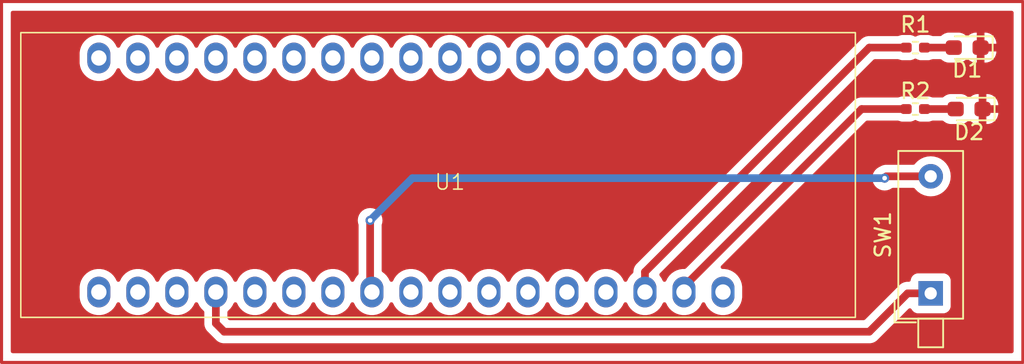
<source format=kicad_pcb>
(kicad_pcb (version 20240108) (generator "pcbnew") (generator_version "8.0")
  (layers (0 "F.Cu" signal) (31 "B.Cu" signal) (34 "B.Paste" user) (35 "F.Paste" user) (36 "B.SilkS" user "B.Silkscreen") (37 "F.SilkS" user "F.Silkscreen") (38 "B.Mask" user) (39 "F.Mask" user) (44 "Edge.Cuts" user))
  (net 0 "")
  (net 1 "Net-(D2-A)")
  (net 2 "GND")
  (net 3 "Net-(U1-IO14)")
  (net 4 "Net-(U1-IO13)")
  (net 5 "Net-(U1-IO4)")
  (net 6 "Net-(U1-3V3)")
  (net 36 "Net-(D1-A)")
  (footprint "Resistor_SMD:R_0402_1005Metric_Pad0.72x0.64mm_HandSolder" (layer "F.Cu") (at 170 81.5)
    (property "Reference" "R1" (at 0 -1.5 0) (layer "F.SilkS"))
    (property "Value" "220")
    (fp_line (start -0.167621 -0.38) (end 0.167621 -0.38) (stroke (width 0.12)) (layer "F.SilkS"))
    (fp_line (start -0.167621 0.38) (end 0.167621 0.38) (stroke (width 0.12)) (layer "F.SilkS"))
    (pad "1" smd roundrect (at -0.5975 0) (size 0.715 0.64) (layers "F.Cu" "F.Paste" "F.Mask") (net 3 "Net-(U1-IO14)"))
    (pad "2" smd roundrect (at 0.5975 0) (size 0.715 0.64) (layers "F.Cu" "F.Paste" "F.Mask") (net 36 "Net-(D1-A)"))
  )
  (footprint "LED_SMD:LED_0603_1608Metric_Pad1.05x0.95mm_HandSolder" (layer "F.Cu") (at 173.375 81.5 180)
    (property "Reference" "D1" (at 0 -1.43 0) (layer "F.SilkS"))
    (property "Value" "LED")
    (fp_line (start 0.8 -0.735) (end -1.66 -0.735) (stroke (width 0.12)) (layer "F.SilkS"))
    (fp_line (start -1.66 0.735) (end 0.8 0.735) (stroke (width 0.12)) (layer "F.SilkS"))
    (fp_line (start -1.66 -0.735) (end -1.66 0.735) (stroke (width 0.12)) (layer "F.SilkS"))
    (pad "1" smd roundrect (at -0.875 0 180) (size 1.05 0.95) (layers "F.Cu" "F.Paste" "F.Mask") (net 2 "GND"))
    (pad "2" smd roundrect (at 0.875 0 180) (size 1.05 0.95) (layers "F.Cu" "F.Paste" "F.Mask") (net 36 "Net-(D1-A)"))
  )
  (footprint "Button_Switch_THT:SW_DIP_SPSTx01_Piano_10.8x4.1mm_W7.62mm_P2.54mm" (layer "F.Cu") (at 171 97.5 90)
    (property "Reference" "SW1" (at 3.81 -3.11 90) (layer "F.SilkS"))
    (property "Value" "SW_Push")
    (fp_line (start -1.89 -2.35) (end -0.507 -2.35) (stroke (width 0.12)) (layer "F.SilkS"))
    (fp_line (start -1.89 -2.35) (end -1.89 -0.967) (stroke (width 0.12)) (layer "F.SilkS"))
    (fp_line (start 9.27 -2.11) (end 9.27 2.11) (stroke (width 0.12)) (layer "F.SilkS"))
    (fp_line (start -1.65 -2.11) (end 9.27 -2.11) (stroke (width 0.12)) (layer "F.SilkS"))
    (fp_line (start -1.65 -2.11) (end -1.65 2.11) (stroke (width 0.12)) (layer "F.SilkS"))
    (fp_line (start -1.65 -0.81) (end -1.65 0.81) (stroke (width 0.12)) (layer "F.SilkS"))
    (fp_line (start -3.51 -0.81) (end -1.65 -0.81) (stroke (width 0.12)) (layer "F.SilkS"))
    (fp_line (start -3.51 -0.81) (end -3.51 0.81) (stroke (width 0.12)) (layer "F.SilkS"))
    (fp_line (start -3.51 0.81) (end -1.65 0.81) (stroke (width 0.12)) (layer "F.SilkS"))
    (fp_line (start -1.65 2.11) (end 9.27 2.11) (stroke (width 0.12)) (layer "F.SilkS"))
    (pad "1" thru_hole rect (at 0 0 90) (size 1.6 1.6) (drill 0.8) (layers "*.Cu" "*.Mask") (net 6 "Net-(U1-3V3)"))
    (pad "2" thru_hole oval (at 7.62 0 90) (size 1.6 1.6) (drill 0.8) (layers "*.Cu" "*.Mask") (net 5 "Net-(U1-IO4)"))
  )
  (footprint "AndreasLibrary:ESP32-PROS3" (layer "F.Cu") (at 114.295 97.415)
    (property "Reference" "U1" (at 25.4 -7.16 0) (layer "F.SilkS") (effects (font (thickness 0.1))))
    (property "Value" "ProS3")
    (fp_rect (start -2.54 1.65) (end 51.8 -16.89) (stroke (width 0.1)) (fill none) (layer "F.SilkS"))
    (pad "1" thru_hole oval (at 2.54 0) (size 1.5 2) (drill 1) (layers "*.Cu" "*.Mask"))
    (pad "2" thru_hole oval (at 5.08 0) (size 1.5 2) (drill 1) (layers "*.Cu" "*.Mask"))
    (pad "3" thru_hole oval (at 7.62 0) (size 1.5 2) (drill 1) (layers "*.Cu" "*.Mask"))
    (pad "4" thru_hole oval (at 10.16 0) (size 1.5 2) (drill 1) (layers "*.Cu" "*.Mask") (net 6 "Net-(U1-3V3)"))
    (pad "5" thru_hole oval (at 12.7 0) (size 1.5 2) (drill 1) (layers "*.Cu" "*.Mask"))
    (pad "6" thru_hole oval (at 15.24 0) (size 1.5 2) (drill 1) (layers "*.Cu" "*.Mask"))
    (pad "7" thru_hole oval (at 17.78 0) (size 1.5 2) (drill 1) (layers "*.Cu" "*.Mask"))
    (pad "8" thru_hole oval (at 20.32 0) (size 1.5 2) (drill 1) (layers "*.Cu" "*.Mask") (net 5 "Net-(U1-IO4)"))
    (pad "9" thru_hole oval (at 22.86 0) (size 1.5 2) (drill 1) (layers "*.Cu" "*.Mask"))
    (pad "10" thru_hole oval (at 25.4 0) (size 1.5 2) (drill 1) (layers "*.Cu" "*.Mask"))
    (pad "11" thru_hole oval (at 27.94 0) (size 1.5 2) (drill 1) (layers "*.Cu" "*.Mask"))
    (pad "12" thru_hole oval (at 30.48 0) (size 1.5 2) (drill 1) (layers "*.Cu" "*.Mask"))
    (pad "13" thru_hole oval (at 33.02 0) (size 1.5 2) (drill 1) (layers "*.Cu" "*.Mask"))
    (pad "14" thru_hole oval (at 35.56 0) (size 1.5 2) (drill 1) (layers "*.Cu" "*.Mask"))
    (pad "15" thru_hole oval (at 38.1 0) (size 1.5 2) (drill 1) (layers "*.Cu" "*.Mask") (net 3 "Net-(U1-IO14)"))
    (pad "16" thru_hole oval (at 40.64 0) (size 1.5 2) (drill 1) (layers "*.Cu" "*.Mask") (net 4 "Net-(U1-IO13)"))
    (pad "17" thru_hole oval (at 43.18 0) (size 1.5 2) (drill 1) (layers "*.Cu" "*.Mask"))
    (pad "18" thru_hole oval (at 43.18 -15.24) (size 1.5 2) (drill 1) (layers "*.Cu" "*.Mask"))
    (pad "19" thru_hole oval (at 40.64 -15.24) (size 1.5 2) (drill 1) (layers "*.Cu" "*.Mask"))
    (pad "20" thru_hole oval (at 38.1 -15.24) (size 1.5 2) (drill 1) (layers "*.Cu" "*.Mask"))
    (pad "21" thru_hole oval (at 35.56 -15.24) (size 1.5 2) (drill 1) (layers "*.Cu" "*.Mask"))
    (pad "22" thru_hole oval (at 33.02 -15.24) (size 1.5 2) (drill 1) (layers "*.Cu" "*.Mask"))
    (pad "23" thru_hole oval (at 30.48 -15.24) (size 1.5 2) (drill 1) (layers "*.Cu" "*.Mask"))
    (pad "24" thru_hole oval (at 27.94 -15.24) (size 1.5 2) (drill 1) (layers "*.Cu" "*.Mask"))
    (pad "25" thru_hole oval (at 25.4 -15.24) (size 1.5 2) (drill 1) (layers "*.Cu" "*.Mask"))
    (pad "26" thru_hole oval (at 22.86 -15.24) (size 1.5 2) (drill 1) (layers "*.Cu" "*.Mask"))
    (pad "27" thru_hole oval (at 20.32 -15.24) (size 1.5 2) (drill 1) (layers "*.Cu" "*.Mask"))
    (pad "28" thru_hole oval (at 17.78 -15.24) (size 1.5 2) (drill 1) (layers "*.Cu" "*.Mask"))
    (pad "29" thru_hole oval (at 15.24 -15.24) (size 1.5 2) (drill 1) (layers "*.Cu" "*.Mask"))
    (pad "30" thru_hole oval (at 12.7 -15.24) (size 1.5 2) (drill 1) (layers "*.Cu" "*.Mask"))
    (pad "31" thru_hole oval (at 10.16 -15.24) (size 1.5 2) (drill 1) (layers "*.Cu" "*.Mask"))
    (pad "32" thru_hole oval (at 7.62 -15.24) (size 1.5 2) (drill 1) (layers "*.Cu" "*.Mask"))
    (pad "33" thru_hole oval (at 5.08 -15.24) (size 1.5 2) (drill 1) (layers "*.Cu" "*.Mask"))
    (pad "34" thru_hole oval (at 2.54 -15.24) (size 1.5 2) (drill 1) (layers "*.Cu" "*.Mask"))
  )
  (footprint "Resistor_SMD:R_0402_1005Metric_Pad0.72x0.64mm_HandSolder" (layer "F.Cu") (at 170 85.5)
    (property "Reference" "R2" (at 0 -1.17 0) (layer "F.SilkS"))
    (property "Value" "220")
    (fp_line (start -0.167621 -0.38) (end 0.167621 -0.38) (stroke (width 0.12)) (layer "F.SilkS"))
    (fp_line (start -0.167621 0.38) (end 0.167621 0.38) (stroke (width 0.12)) (layer "F.SilkS"))
    (pad "1" smd roundrect (at -0.5975 0) (size 0.715 0.64) (layers "F.Cu" "F.Paste" "F.Mask") (net 4 "Net-(U1-IO13)"))
    (pad "2" smd roundrect (at 0.5975 0) (size 0.715 0.64) (layers "F.Cu" "F.Paste" "F.Mask") (net 1 "Net-(D2-A)"))
  )
  (footprint "LED_SMD:LED_0603_1608Metric_Pad1.05x0.95mm_HandSolder" (layer "F.Cu") (at 173.5 85.5 180)
    (property "Reference" "D2" (at 0 -1.5 0) (layer "F.SilkS"))
    (property "Value" "LED")
    (fp_line (start 0.8 -0.735) (end -1.66 -0.735) (stroke (width 0.12)) (layer "F.SilkS"))
    (fp_line (start -1.66 0.735) (end 0.8 0.735) (stroke (width 0.12)) (layer "F.SilkS"))
    (fp_line (start -1.66 -0.735) (end -1.66 0.735) (stroke (width 0.12)) (layer "F.SilkS"))
    (pad "1" smd roundrect (at -0.875 0 180) (size 1.05 0.95) (layers "F.Cu" "F.Paste" "F.Mask") (net 2 "GND"))
    (pad "2" smd roundrect (at 0.875 0 180) (size 1.05 0.95) (layers "F.Cu" "F.Paste" "F.Mask") (net 1 "Net-(D2-A)"))
  )
  (gr_rect (start 110.5 78.5) (end 177 102) (stroke (width 0.2)) (fill none) (layer "F.Cu"))
  (segment (start 170.5975 85.5) (end 172.625 85.5) (width 0.5) (layer "F.Cu") (net 1))
  (segment (start 152.395 97.415) (end 152.395 96.105) (width 0.5) (layer "F.Cu") (net 3))
  (segment (start 152.395 96.105) (end 167 81.5) (width 0.5) (layer "F.Cu") (net 3))
  (segment (start 167 81.5) (end 169.4025 81.5) (width 0.5) (layer "F.Cu") (net 3))
  (segment (start 166.5 85.5) (end 169.4025 85.5) (width 0.5) (layer "F.Cu") (net 4))
  (segment (start 154.935 97.415) (end 154.935 97.065) (width 0.5) (layer "F.Cu") (net 4))
  (segment (start 154.935 97.065) (end 166.5 85.5) (width 0.5) (layer "F.Cu") (net 4))
  (segment (start 134.5 92.75) (end 134.5 97.3) (width 0.5) (layer "F.Cu") (net 5))
  (segment (start 168.12 89.88) (end 168 90) (width 0.5) (layer "F.Cu") (net 5))
  (segment (start 171 89.88) (end 168.12 89.88) (width 0.5) (layer "F.Cu") (net 5))
  (segment (start 134.5 97.3) (end 134.615 97.415) (width 0.5) (layer "F.Cu") (net 5))
  (via (at 134.5 92.75) (size 0.6) (drill 0.3) (layers "F.Cu" "B.Cu") (net 5))
  (via (at 168 90) (size 0.6) (drill 0.3) (layers "F.Cu" "B.Cu") (net 5))
  (segment (start 137.25 90) (end 168 90) (width 0.5) (layer "B.Cu") (net 5))
  (segment (start 134.5 92.75) (end 137.25 90) (width 0.5) (layer "B.Cu") (net 5))
  (segment (start 167 100) (end 169.5 97.5) (width 0.5) (layer "F.Cu") (net 6))
  (segment (start 125 100) (end 167 100) (width 0.5) (layer "F.Cu") (net 6))
  (segment (start 124.455 97.415) (end 124.455 99.455) (width 0.5) (layer "F.Cu") (net 6))
  (segment (start 124.455 99.455) (end 125 100) (width 0.5) (layer "F.Cu") (net 6))
  (segment (start 169.5 97.5) (end 171 97.5) (width 0.5) (layer "F.Cu") (net 6))
  (segment (start 170.5975 81.5) (end 172.5 81.5) (width 0.5) (layer "F.Cu") (net 36))
  (zone (net 2) (net_name "GND") (layer "F.Cu") (connect_pads (clearance 0.5)) (min_thickness 0.25) (fill yes (thermal_gap 0.5) (thermal_bridge_width 0.5))
    (polygon (pts (xy 110.5 78.5) (xy 177 78.5) (xy 177 102) (xy 110.5 102)))
  )
)
</source>
